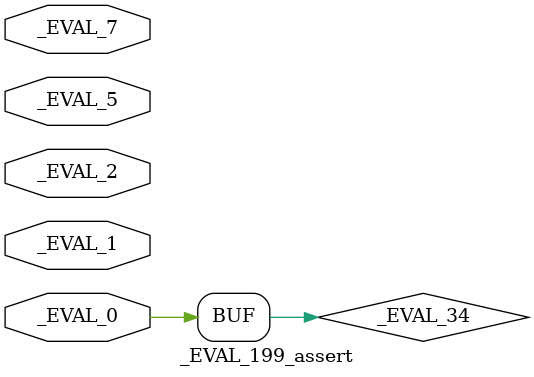
<source format=sv>
module _EVAL_199_assert(
  input   _EVAL_0,
  input   _EVAL_1,
  input   _EVAL_2,
  input   _EVAL_5,
  input   _EVAL_7
);
  wire  _EVAL_16;
  wire  _EVAL_21;
  wire  _EVAL_22;
  wire  _EVAL_23;
  wire  _EVAL_24;
  wire  _EVAL_30;
  wire  _EVAL_34;
  wire  _EVAL_59;
  wire  _EVAL_91;
  wire  _EVAL_105;
  wire  _EVAL_107;
  wire  _EVAL_109;
  assign _EVAL_109 = _EVAL_7 & _EVAL_1;
  assign _EVAL_23 = _EVAL_30 & _EVAL_21;
  assign _EVAL_59 = _EVAL_23 | _EVAL_34;
  assign _EVAL_91 = _EVAL_2 & _EVAL_7;
  assign _EVAL_24 = ~_EVAL_59;
  assign _EVAL_22 = ~_EVAL_91;
  assign _EVAL_105 = _EVAL_2 & _EVAL_1;
  assign _EVAL_21 = ~_EVAL_109;
  assign _EVAL_30 = _EVAL_22 & _EVAL_16;
  assign _EVAL_107 = ~_EVAL_34;
  assign _EVAL_34 = _EVAL_0;
  assign _EVAL_16 = ~_EVAL_105;
  always @(posedge _EVAL_5) begin
    `ifndef SYNTHESIS
    `ifdef STOP_COND
      if (`STOP_COND) begin
    `endif
        if (_EVAL_24) begin
          $fatal;
        end
    `ifdef STOP_COND
      end
    `endif
    `endif // SYNTHESIS
    `ifndef SYNTHESIS
    `ifdef PRINTF_COND
      if (`PRINTF_COND) begin
    `endif
        if (_EVAL_2 & _EVAL_107) begin
          $fwrite(32'h80000002,"Obfuscated Simulation Output(8c4e463e)\n");
        end
    `ifdef PRINTF_COND
      end
    `endif
    `endif // SYNTHESIS
    `ifndef SYNTHESIS
    `ifdef PRINTF_COND
      if (`PRINTF_COND) begin
    `endif
        if (_EVAL_24) begin
          $fwrite(32'h80000002,"Obfuscated Simulation Output(80e19e64)\n");
        end
    `ifdef PRINTF_COND
      end
    `endif
    `endif // SYNTHESIS
  end

endmodule

</source>
